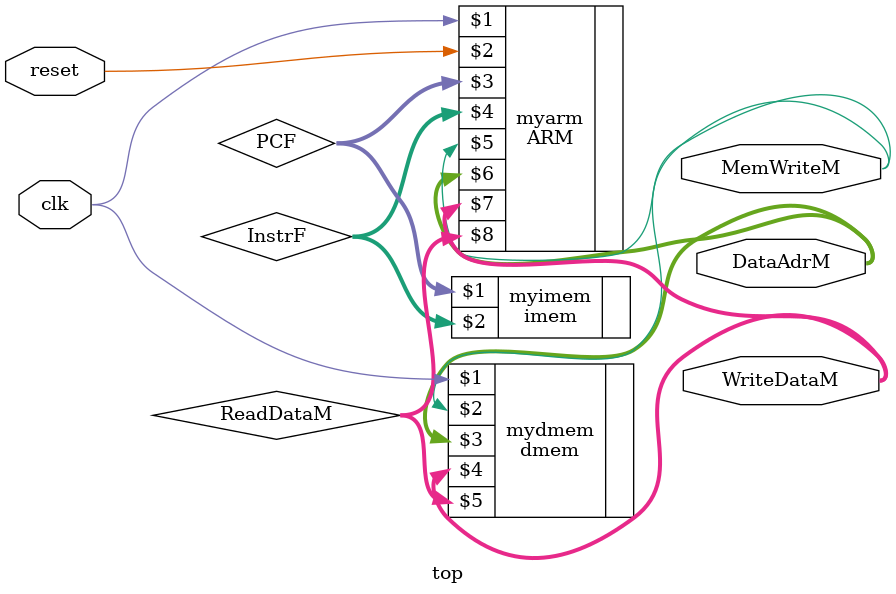
<source format=sv>


module top(input logic clk, reset,
           output logic [31:0] WriteDataM, DataAdrM,
           output logic MemWriteM);
 
 logic [31:0] PCF, InstrF, ReadDataM;

 // instantiate processor and memories
 //module ARM(input logic clk, r,output logic [31:0] PCF,input logic [31:0] InstrF,output logic MemWriteM,output logic [31:0] ALUOutM, WriteDataM,input logic [31:0] ReadDataM); //cont, dp, hazard
 ARM myarm(clk, reset, PCF, InstrF, MemWriteM, DataAdrM, WriteDataM, ReadDataM);
 //module imem(input  logic [31:0] a, output logic [31:0] rd);
 imem myimem(PCF, InstrF);
 //module dmem(input  logic clk, we, input  logic [31:0] a, wd, output logic [31:0] rd);
 dmem mydmem(clk, MemWriteM, DataAdrM, WriteDataM, ReadDataM);

endmodule


</source>
